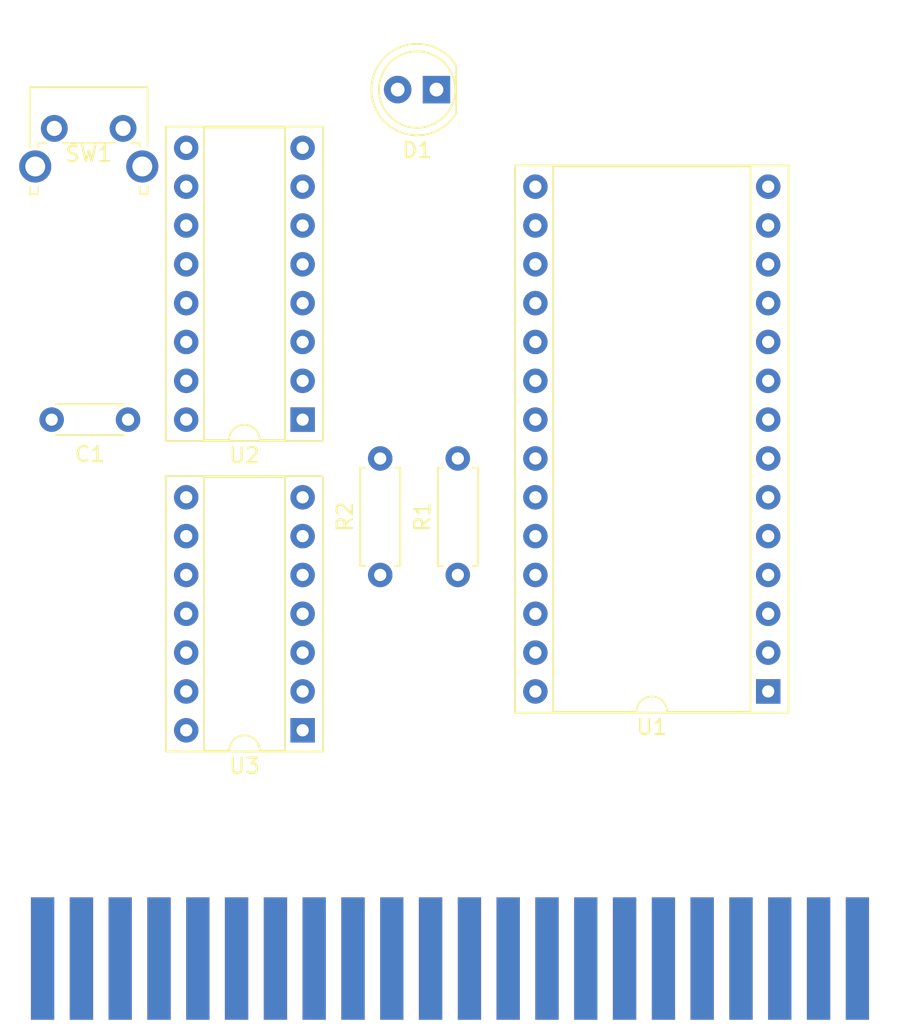
<source format=kicad_pcb>
(kicad_pcb (version 20171130) (host pcbnew "(5.1.0)-1")

  (general
    (thickness 1.6)
    (drawings 0)
    (tracks 0)
    (zones 0)
    (modules 9)
    (nets 38)
  )

  (page A4)
  (layers
    (0 F.Cu signal)
    (31 B.Cu signal)
    (32 B.Adhes user)
    (33 F.Adhes user)
    (34 B.Paste user)
    (35 F.Paste user)
    (36 B.SilkS user)
    (37 F.SilkS user)
    (38 B.Mask user)
    (39 F.Mask user)
    (40 Dwgs.User user)
    (41 Cmts.User user)
    (42 Eco1.User user)
    (43 Eco2.User user)
    (44 Edge.Cuts user)
    (45 Margin user)
    (46 B.CrtYd user)
    (47 F.CrtYd user)
    (48 B.Fab user)
    (49 F.Fab user)
  )

  (setup
    (last_trace_width 0.25)
    (trace_clearance 0.2)
    (zone_clearance 0.508)
    (zone_45_only no)
    (trace_min 0.2)
    (via_size 0.8)
    (via_drill 0.4)
    (via_min_size 0.4)
    (via_min_drill 0.3)
    (uvia_size 0.3)
    (uvia_drill 0.1)
    (uvias_allowed no)
    (uvia_min_size 0.2)
    (uvia_min_drill 0.1)
    (edge_width 0.05)
    (segment_width 0.2)
    (pcb_text_width 0.3)
    (pcb_text_size 1.5 1.5)
    (mod_edge_width 0.12)
    (mod_text_size 1 1)
    (mod_text_width 0.15)
    (pad_size 1.524 1.524)
    (pad_drill 0.762)
    (pad_to_mask_clearance 0.051)
    (solder_mask_min_width 0.25)
    (aux_axis_origin 0 0)
    (visible_elements 7FFFFFFF)
    (pcbplotparams
      (layerselection 0x010fc_ffffffff)
      (usegerberextensions false)
      (usegerberattributes false)
      (usegerberadvancedattributes false)
      (creategerberjobfile false)
      (excludeedgelayer true)
      (linewidth 0.050000)
      (plotframeref false)
      (viasonmask false)
      (mode 1)
      (useauxorigin false)
      (hpglpennumber 1)
      (hpglpenspeed 20)
      (hpglpendiameter 15.000000)
      (psnegative false)
      (psa4output false)
      (plotreference true)
      (plotvalue true)
      (plotinvisibletext false)
      (padsonsilk false)
      (subtractmaskfromsilk false)
      (outputformat 1)
      (mirror false)
      (drillshape 1)
      (scaleselection 1)
      (outputdirectory ""))
  )

  (net 0 "")
  (net 1 +5V)
  (net 2 GND)
  (net 3 "Net-(D1-Pad2)")
  (net 4 /ROML)
  (net 5 "Net-(U1-Pad1)")
  (net 6 /D3)
  (net 7 /A12)
  (net 8 /D4)
  (net 9 /A7)
  (net 10 /D5)
  (net 11 /A6)
  (net 12 /D6)
  (net 13 /A5)
  (net 14 /D7)
  (net 15 /A4)
  (net 16 /A3)
  (net 17 /A10)
  (net 18 /A2)
  (net 19 /A1)
  (net 20 /A11)
  (net 21 /A0)
  (net 22 /A9)
  (net 23 /D0)
  (net 24 /A8)
  (net 25 /D1)
  (net 26 "Net-(U1-Pad26)")
  (net 27 /D2)
  (net 28 "Net-(U1-Pad27)")
  (net 29 "Net-(U2-Pad6)")
  (net 30 "Net-(U2-Pad10)")
  (net 31 "Net-(U2-Pad3)")
  (net 32 "Net-(U2-Pad4)")
  (net 33 "Net-(U2-Pad5)")
  (net 34 "Net-(U2-Pad7)")
  (net 35 "Net-(U2-Pad15)")
  (net 36 /PHI2)
  (net 37 /RESET)

  (net_class Default "This is the default net class."
    (clearance 0.2)
    (trace_width 0.25)
    (via_dia 0.8)
    (via_drill 0.4)
    (uvia_dia 0.3)
    (uvia_drill 0.1)
    (add_net /A0)
    (add_net /A1)
    (add_net /A10)
    (add_net /A11)
    (add_net /A12)
    (add_net /A2)
    (add_net /A3)
    (add_net /A4)
    (add_net /A5)
    (add_net /A6)
    (add_net /A7)
    (add_net /A8)
    (add_net /A9)
    (add_net /D0)
    (add_net /D1)
    (add_net /D2)
    (add_net /D3)
    (add_net /D4)
    (add_net /D5)
    (add_net /D6)
    (add_net /D7)
    (add_net /PHI2)
    (add_net /RESET)
    (add_net /ROML)
    (add_net "Net-(D1-Pad2)")
    (add_net "Net-(U1-Pad1)")
    (add_net "Net-(U1-Pad26)")
    (add_net "Net-(U1-Pad27)")
    (add_net "Net-(U2-Pad10)")
    (add_net "Net-(U2-Pad15)")
    (add_net "Net-(U2-Pad3)")
    (add_net "Net-(U2-Pad4)")
    (add_net "Net-(U2-Pad5)")
    (add_net "Net-(U2-Pad6)")
    (add_net "Net-(U2-Pad7)")
  )

  (net_class Power ""
    (clearance 0.3)
    (trace_width 0.4)
    (via_dia 1)
    (via_drill 0.5)
    (uvia_dia 0.3)
    (uvia_drill 0.1)
    (add_net +5V)
    (add_net GND)
  )

  (module Capacitors_THT:C_Disc_D4.3mm_W1.9mm_P5.00mm (layer F.Cu) (tedit 597BC7C2) (tstamp 5CCF5BA3)
    (at 115.824 99.314 180)
    (descr "C, Disc series, Radial, pin pitch=5.00mm, , diameter*width=4.3*1.9mm^2, Capacitor, http://www.vishay.com/docs/45233/krseries.pdf")
    (tags "C Disc series Radial pin pitch 5.00mm  diameter 4.3mm width 1.9mm Capacitor")
    (path /5CD1C699)
    (fp_text reference C1 (at 2.5 -2.26 180) (layer F.SilkS)
      (effects (font (size 1 1) (thickness 0.15)))
    )
    (fp_text value 100n (at 2.5 2.26 180) (layer F.Fab)
      (effects (font (size 1 1) (thickness 0.15)))
    )
    (fp_line (start 0.35 -0.95) (end 0.35 0.95) (layer F.Fab) (width 0.1))
    (fp_line (start 0.35 0.95) (end 4.65 0.95) (layer F.Fab) (width 0.1))
    (fp_line (start 4.65 0.95) (end 4.65 -0.95) (layer F.Fab) (width 0.1))
    (fp_line (start 4.65 -0.95) (end 0.35 -0.95) (layer F.Fab) (width 0.1))
    (fp_line (start 0.29 -1.01) (end 4.71 -1.01) (layer F.SilkS) (width 0.12))
    (fp_line (start 0.29 1.01) (end 4.71 1.01) (layer F.SilkS) (width 0.12))
    (fp_line (start 0.29 -1.01) (end 0.29 -0.996) (layer F.SilkS) (width 0.12))
    (fp_line (start 0.29 0.996) (end 0.29 1.01) (layer F.SilkS) (width 0.12))
    (fp_line (start 4.71 -1.01) (end 4.71 -0.996) (layer F.SilkS) (width 0.12))
    (fp_line (start 4.71 0.996) (end 4.71 1.01) (layer F.SilkS) (width 0.12))
    (fp_line (start -1.05 -1.3) (end -1.05 1.3) (layer F.CrtYd) (width 0.05))
    (fp_line (start -1.05 1.3) (end 6.05 1.3) (layer F.CrtYd) (width 0.05))
    (fp_line (start 6.05 1.3) (end 6.05 -1.3) (layer F.CrtYd) (width 0.05))
    (fp_line (start 6.05 -1.3) (end -1.05 -1.3) (layer F.CrtYd) (width 0.05))
    (fp_text user %R (at 2.5 0 180) (layer F.Fab)
      (effects (font (size 1 1) (thickness 0.15)))
    )
    (pad 1 thru_hole circle (at 0 0 180) (size 1.6 1.6) (drill 0.8) (layers *.Cu *.Mask)
      (net 1 +5V))
    (pad 2 thru_hole circle (at 5 0 180) (size 1.6 1.6) (drill 0.8) (layers *.Cu *.Mask)
      (net 2 GND))
    (model ${KISYS3DMOD}/Capacitors_THT.3dshapes/C_Disc_D4.3mm_W1.9mm_P5.00mm.wrl
      (at (xyz 0 0 0))
      (scale (xyz 1 1 1))
      (rotate (xyz 0 0 0))
    )
  )

  (module LEDs:LED_D5.0mm (layer F.Cu) (tedit 5995936A) (tstamp 5CCF52A4)
    (at 136.017 77.724 180)
    (descr "LED, diameter 5.0mm, 2 pins, http://cdn-reichelt.de/documents/datenblatt/A500/LL-504BC2E-009.pdf")
    (tags "LED diameter 5.0mm 2 pins")
    (path /5CE72C00)
    (fp_text reference D1 (at 1.27 -3.96 180) (layer F.SilkS)
      (effects (font (size 1 1) (thickness 0.15)))
    )
    (fp_text value LED (at 1.27 3.96 180) (layer F.Fab)
      (effects (font (size 1 1) (thickness 0.15)))
    )
    (fp_arc (start 1.27 0) (end -1.23 -1.469694) (angle 299.1) (layer F.Fab) (width 0.1))
    (fp_arc (start 1.27 0) (end -1.29 -1.54483) (angle 148.9) (layer F.SilkS) (width 0.12))
    (fp_arc (start 1.27 0) (end -1.29 1.54483) (angle -148.9) (layer F.SilkS) (width 0.12))
    (fp_circle (center 1.27 0) (end 3.77 0) (layer F.Fab) (width 0.1))
    (fp_circle (center 1.27 0) (end 3.77 0) (layer F.SilkS) (width 0.12))
    (fp_line (start -1.23 -1.469694) (end -1.23 1.469694) (layer F.Fab) (width 0.1))
    (fp_line (start -1.29 -1.545) (end -1.29 1.545) (layer F.SilkS) (width 0.12))
    (fp_line (start -1.95 -3.25) (end -1.95 3.25) (layer F.CrtYd) (width 0.05))
    (fp_line (start -1.95 3.25) (end 4.5 3.25) (layer F.CrtYd) (width 0.05))
    (fp_line (start 4.5 3.25) (end 4.5 -3.25) (layer F.CrtYd) (width 0.05))
    (fp_line (start 4.5 -3.25) (end -1.95 -3.25) (layer F.CrtYd) (width 0.05))
    (fp_text user %R (at 1.25 0 180) (layer F.Fab)
      (effects (font (size 0.8 0.8) (thickness 0.2)))
    )
    (pad 1 thru_hole rect (at 0 0 180) (size 1.8 1.8) (drill 0.9) (layers *.Cu *.Mask)
      (net 2 GND))
    (pad 2 thru_hole circle (at 2.54 0 180) (size 1.8 1.8) (drill 0.9) (layers *.Cu *.Mask)
      (net 3 "Net-(D1-Pad2)"))
    (model ${KISYS3DMOD}/LEDs.3dshapes/LED_D5.0mm.wrl
      (at (xyz 0 0 0))
      (scale (xyz 0.393701 0.393701 0.393701))
      (rotate (xyz 0 0 0))
    )
  )

  (module Resistors_THT:R_Axial_DIN0207_L6.3mm_D2.5mm_P7.62mm_Horizontal (layer F.Cu) (tedit 5874F706) (tstamp 5CCF52BA)
    (at 137.414 109.474 90)
    (descr "Resistor, Axial_DIN0207 series, Axial, Horizontal, pin pitch=7.62mm, 0.25W = 1/4W, length*diameter=6.3*2.5mm^2, http://cdn-reichelt.de/documents/datenblatt/B400/1_4W%23YAG.pdf")
    (tags "Resistor Axial_DIN0207 series Axial Horizontal pin pitch 7.62mm 0.25W = 1/4W length 6.3mm diameter 2.5mm")
    (path /5CE641BB)
    (fp_text reference R1 (at 3.81 -2.31 90) (layer F.SilkS)
      (effects (font (size 1 1) (thickness 0.15)))
    )
    (fp_text value 10k (at 3.81 2.31 90) (layer F.Fab)
      (effects (font (size 1 1) (thickness 0.15)))
    )
    (fp_line (start 0.66 -1.25) (end 0.66 1.25) (layer F.Fab) (width 0.1))
    (fp_line (start 0.66 1.25) (end 6.96 1.25) (layer F.Fab) (width 0.1))
    (fp_line (start 6.96 1.25) (end 6.96 -1.25) (layer F.Fab) (width 0.1))
    (fp_line (start 6.96 -1.25) (end 0.66 -1.25) (layer F.Fab) (width 0.1))
    (fp_line (start 0 0) (end 0.66 0) (layer F.Fab) (width 0.1))
    (fp_line (start 7.62 0) (end 6.96 0) (layer F.Fab) (width 0.1))
    (fp_line (start 0.6 -0.98) (end 0.6 -1.31) (layer F.SilkS) (width 0.12))
    (fp_line (start 0.6 -1.31) (end 7.02 -1.31) (layer F.SilkS) (width 0.12))
    (fp_line (start 7.02 -1.31) (end 7.02 -0.98) (layer F.SilkS) (width 0.12))
    (fp_line (start 0.6 0.98) (end 0.6 1.31) (layer F.SilkS) (width 0.12))
    (fp_line (start 0.6 1.31) (end 7.02 1.31) (layer F.SilkS) (width 0.12))
    (fp_line (start 7.02 1.31) (end 7.02 0.98) (layer F.SilkS) (width 0.12))
    (fp_line (start -1.05 -1.6) (end -1.05 1.6) (layer F.CrtYd) (width 0.05))
    (fp_line (start -1.05 1.6) (end 8.7 1.6) (layer F.CrtYd) (width 0.05))
    (fp_line (start 8.7 1.6) (end 8.7 -1.6) (layer F.CrtYd) (width 0.05))
    (fp_line (start 8.7 -1.6) (end -1.05 -1.6) (layer F.CrtYd) (width 0.05))
    (pad 1 thru_hole circle (at 0 0 90) (size 1.6 1.6) (drill 0.8) (layers *.Cu *.Mask)
      (net 1 +5V))
    (pad 2 thru_hole oval (at 7.62 0 90) (size 1.6 1.6) (drill 0.8) (layers *.Cu *.Mask)
      (net 4 /ROML))
    (model ${KISYS3DMOD}/Resistors_THT.3dshapes/R_Axial_DIN0207_L6.3mm_D2.5mm_P7.62mm_Horizontal.wrl
      (at (xyz 0 0 0))
      (scale (xyz 0.393701 0.393701 0.393701))
      (rotate (xyz 0 0 0))
    )
  )

  (module Resistors_THT:R_Axial_DIN0207_L6.3mm_D2.5mm_P7.62mm_Horizontal (layer F.Cu) (tedit 5874F706) (tstamp 5CCF52D0)
    (at 132.334 109.474 90)
    (descr "Resistor, Axial_DIN0207 series, Axial, Horizontal, pin pitch=7.62mm, 0.25W = 1/4W, length*diameter=6.3*2.5mm^2, http://cdn-reichelt.de/documents/datenblatt/B400/1_4W%23YAG.pdf")
    (tags "Resistor Axial_DIN0207 series Axial Horizontal pin pitch 7.62mm 0.25W = 1/4W length 6.3mm diameter 2.5mm")
    (path /5CE6B617)
    (fp_text reference R2 (at 3.81 -2.31 90) (layer F.SilkS)
      (effects (font (size 1 1) (thickness 0.15)))
    )
    (fp_text value 330 (at 3.81 2.31 90) (layer F.Fab)
      (effects (font (size 1 1) (thickness 0.15)))
    )
    (fp_line (start 8.7 -1.6) (end -1.05 -1.6) (layer F.CrtYd) (width 0.05))
    (fp_line (start 8.7 1.6) (end 8.7 -1.6) (layer F.CrtYd) (width 0.05))
    (fp_line (start -1.05 1.6) (end 8.7 1.6) (layer F.CrtYd) (width 0.05))
    (fp_line (start -1.05 -1.6) (end -1.05 1.6) (layer F.CrtYd) (width 0.05))
    (fp_line (start 7.02 1.31) (end 7.02 0.98) (layer F.SilkS) (width 0.12))
    (fp_line (start 0.6 1.31) (end 7.02 1.31) (layer F.SilkS) (width 0.12))
    (fp_line (start 0.6 0.98) (end 0.6 1.31) (layer F.SilkS) (width 0.12))
    (fp_line (start 7.02 -1.31) (end 7.02 -0.98) (layer F.SilkS) (width 0.12))
    (fp_line (start 0.6 -1.31) (end 7.02 -1.31) (layer F.SilkS) (width 0.12))
    (fp_line (start 0.6 -0.98) (end 0.6 -1.31) (layer F.SilkS) (width 0.12))
    (fp_line (start 7.62 0) (end 6.96 0) (layer F.Fab) (width 0.1))
    (fp_line (start 0 0) (end 0.66 0) (layer F.Fab) (width 0.1))
    (fp_line (start 6.96 -1.25) (end 0.66 -1.25) (layer F.Fab) (width 0.1))
    (fp_line (start 6.96 1.25) (end 6.96 -1.25) (layer F.Fab) (width 0.1))
    (fp_line (start 0.66 1.25) (end 6.96 1.25) (layer F.Fab) (width 0.1))
    (fp_line (start 0.66 -1.25) (end 0.66 1.25) (layer F.Fab) (width 0.1))
    (pad 2 thru_hole oval (at 7.62 0 90) (size 1.6 1.6) (drill 0.8) (layers *.Cu *.Mask)
      (net 3 "Net-(D1-Pad2)"))
    (pad 1 thru_hole circle (at 0 0 90) (size 1.6 1.6) (drill 0.8) (layers *.Cu *.Mask)
      (net 1 +5V))
    (model ${KISYS3DMOD}/Resistors_THT.3dshapes/R_Axial_DIN0207_L6.3mm_D2.5mm_P7.62mm_Horizontal.wrl
      (at (xyz 0 0 0))
      (scale (xyz 0.393701 0.393701 0.393701))
      (rotate (xyz 0 0 0))
    )
  )

  (module Housings_DIP:DIP-28_W15.24mm_Socket (layer F.Cu) (tedit 59C78D6C) (tstamp 5CCF57A7)
    (at 157.734 117.094 180)
    (descr "28-lead though-hole mounted DIP package, row spacing 15.24 mm (600 mils), Socket")
    (tags "THT DIP DIL PDIP 2.54mm 15.24mm 600mil Socket")
    (path /5CD18047)
    (fp_text reference U1 (at 7.62 -2.33 180) (layer F.SilkS)
      (effects (font (size 1 1) (thickness 0.15)))
    )
    (fp_text value 27C512 (at 7.62 35.35 180) (layer F.Fab)
      (effects (font (size 1 1) (thickness 0.15)))
    )
    (fp_arc (start 7.62 -1.33) (end 6.62 -1.33) (angle -180) (layer F.SilkS) (width 0.12))
    (fp_line (start 1.255 -1.27) (end 14.985 -1.27) (layer F.Fab) (width 0.1))
    (fp_line (start 14.985 -1.27) (end 14.985 34.29) (layer F.Fab) (width 0.1))
    (fp_line (start 14.985 34.29) (end 0.255 34.29) (layer F.Fab) (width 0.1))
    (fp_line (start 0.255 34.29) (end 0.255 -0.27) (layer F.Fab) (width 0.1))
    (fp_line (start 0.255 -0.27) (end 1.255 -1.27) (layer F.Fab) (width 0.1))
    (fp_line (start -1.27 -1.33) (end -1.27 34.35) (layer F.Fab) (width 0.1))
    (fp_line (start -1.27 34.35) (end 16.51 34.35) (layer F.Fab) (width 0.1))
    (fp_line (start 16.51 34.35) (end 16.51 -1.33) (layer F.Fab) (width 0.1))
    (fp_line (start 16.51 -1.33) (end -1.27 -1.33) (layer F.Fab) (width 0.1))
    (fp_line (start 6.62 -1.33) (end 1.16 -1.33) (layer F.SilkS) (width 0.12))
    (fp_line (start 1.16 -1.33) (end 1.16 34.35) (layer F.SilkS) (width 0.12))
    (fp_line (start 1.16 34.35) (end 14.08 34.35) (layer F.SilkS) (width 0.12))
    (fp_line (start 14.08 34.35) (end 14.08 -1.33) (layer F.SilkS) (width 0.12))
    (fp_line (start 14.08 -1.33) (end 8.62 -1.33) (layer F.SilkS) (width 0.12))
    (fp_line (start -1.33 -1.39) (end -1.33 34.41) (layer F.SilkS) (width 0.12))
    (fp_line (start -1.33 34.41) (end 16.57 34.41) (layer F.SilkS) (width 0.12))
    (fp_line (start 16.57 34.41) (end 16.57 -1.39) (layer F.SilkS) (width 0.12))
    (fp_line (start 16.57 -1.39) (end -1.33 -1.39) (layer F.SilkS) (width 0.12))
    (fp_line (start -1.55 -1.6) (end -1.55 34.65) (layer F.CrtYd) (width 0.05))
    (fp_line (start -1.55 34.65) (end 16.8 34.65) (layer F.CrtYd) (width 0.05))
    (fp_line (start 16.8 34.65) (end 16.8 -1.6) (layer F.CrtYd) (width 0.05))
    (fp_line (start 16.8 -1.6) (end -1.55 -1.6) (layer F.CrtYd) (width 0.05))
    (fp_text user %R (at 7.62 16.51 180) (layer F.Fab)
      (effects (font (size 1 1) (thickness 0.15)))
    )
    (pad 1 thru_hole rect (at 0 0 180) (size 1.6 1.6) (drill 0.8) (layers *.Cu *.Mask)
      (net 5 "Net-(U1-Pad1)"))
    (pad 15 thru_hole oval (at 15.24 33.02 180) (size 1.6 1.6) (drill 0.8) (layers *.Cu *.Mask)
      (net 6 /D3))
    (pad 2 thru_hole oval (at 0 2.54 180) (size 1.6 1.6) (drill 0.8) (layers *.Cu *.Mask)
      (net 7 /A12))
    (pad 16 thru_hole oval (at 15.24 30.48 180) (size 1.6 1.6) (drill 0.8) (layers *.Cu *.Mask)
      (net 8 /D4))
    (pad 3 thru_hole oval (at 0 5.08 180) (size 1.6 1.6) (drill 0.8) (layers *.Cu *.Mask)
      (net 9 /A7))
    (pad 17 thru_hole oval (at 15.24 27.94 180) (size 1.6 1.6) (drill 0.8) (layers *.Cu *.Mask)
      (net 10 /D5))
    (pad 4 thru_hole oval (at 0 7.62 180) (size 1.6 1.6) (drill 0.8) (layers *.Cu *.Mask)
      (net 11 /A6))
    (pad 18 thru_hole oval (at 15.24 25.4 180) (size 1.6 1.6) (drill 0.8) (layers *.Cu *.Mask)
      (net 12 /D6))
    (pad 5 thru_hole oval (at 0 10.16 180) (size 1.6 1.6) (drill 0.8) (layers *.Cu *.Mask)
      (net 13 /A5))
    (pad 19 thru_hole oval (at 15.24 22.86 180) (size 1.6 1.6) (drill 0.8) (layers *.Cu *.Mask)
      (net 14 /D7))
    (pad 6 thru_hole oval (at 0 12.7 180) (size 1.6 1.6) (drill 0.8) (layers *.Cu *.Mask)
      (net 15 /A4))
    (pad 20 thru_hole oval (at 15.24 20.32 180) (size 1.6 1.6) (drill 0.8) (layers *.Cu *.Mask)
      (net 4 /ROML))
    (pad 7 thru_hole oval (at 0 15.24 180) (size 1.6 1.6) (drill 0.8) (layers *.Cu *.Mask)
      (net 16 /A3))
    (pad 21 thru_hole oval (at 15.24 17.78 180) (size 1.6 1.6) (drill 0.8) (layers *.Cu *.Mask)
      (net 17 /A10))
    (pad 8 thru_hole oval (at 0 17.78 180) (size 1.6 1.6) (drill 0.8) (layers *.Cu *.Mask)
      (net 18 /A2))
    (pad 22 thru_hole oval (at 15.24 15.24 180) (size 1.6 1.6) (drill 0.8) (layers *.Cu *.Mask)
      (net 4 /ROML))
    (pad 9 thru_hole oval (at 0 20.32 180) (size 1.6 1.6) (drill 0.8) (layers *.Cu *.Mask)
      (net 19 /A1))
    (pad 23 thru_hole oval (at 15.24 12.7 180) (size 1.6 1.6) (drill 0.8) (layers *.Cu *.Mask)
      (net 20 /A11))
    (pad 10 thru_hole oval (at 0 22.86 180) (size 1.6 1.6) (drill 0.8) (layers *.Cu *.Mask)
      (net 21 /A0))
    (pad 24 thru_hole oval (at 15.24 10.16 180) (size 1.6 1.6) (drill 0.8) (layers *.Cu *.Mask)
      (net 22 /A9))
    (pad 11 thru_hole oval (at 0 25.4 180) (size 1.6 1.6) (drill 0.8) (layers *.Cu *.Mask)
      (net 23 /D0))
    (pad 25 thru_hole oval (at 15.24 7.62 180) (size 1.6 1.6) (drill 0.8) (layers *.Cu *.Mask)
      (net 24 /A8))
    (pad 12 thru_hole oval (at 0 27.94 180) (size 1.6 1.6) (drill 0.8) (layers *.Cu *.Mask)
      (net 25 /D1))
    (pad 26 thru_hole oval (at 15.24 5.08 180) (size 1.6 1.6) (drill 0.8) (layers *.Cu *.Mask)
      (net 26 "Net-(U1-Pad26)"))
    (pad 13 thru_hole oval (at 0 30.48 180) (size 1.6 1.6) (drill 0.8) (layers *.Cu *.Mask)
      (net 27 /D2))
    (pad 27 thru_hole oval (at 15.24 2.54 180) (size 1.6 1.6) (drill 0.8) (layers *.Cu *.Mask)
      (net 28 "Net-(U1-Pad27)"))
    (pad 14 thru_hole oval (at 0 33.02 180) (size 1.6 1.6) (drill 0.8) (layers *.Cu *.Mask)
      (net 2 GND))
    (pad 28 thru_hole oval (at 15.24 0 180) (size 1.6 1.6) (drill 0.8) (layers *.Cu *.Mask)
      (net 1 +5V))
    (model ${KISYS3DMOD}/Housings_DIP.3dshapes/DIP-28_W15.24mm_Socket.wrl
      (at (xyz 0 0 0))
      (scale (xyz 1 1 1))
      (rotate (xyz 0 0 0))
    )
  )

  (module Housings_DIP:DIP-16_W7.62mm_Socket (layer F.Cu) (tedit 59C78D6B) (tstamp 5CCF5334)
    (at 127.254 99.314 180)
    (descr "16-lead though-hole mounted DIP package, row spacing 7.62 mm (300 mils), Socket")
    (tags "THT DIP DIL PDIP 2.54mm 7.62mm 300mil Socket")
    (path /5CD19040)
    (fp_text reference U2 (at 3.81 -2.33 180) (layer F.SilkS)
      (effects (font (size 1 1) (thickness 0.15)))
    )
    (fp_text value 74LS173 (at 3.81 20.11 180) (layer F.Fab)
      (effects (font (size 1 1) (thickness 0.15)))
    )
    (fp_arc (start 3.81 -1.33) (end 2.81 -1.33) (angle -180) (layer F.SilkS) (width 0.12))
    (fp_line (start 1.635 -1.27) (end 6.985 -1.27) (layer F.Fab) (width 0.1))
    (fp_line (start 6.985 -1.27) (end 6.985 19.05) (layer F.Fab) (width 0.1))
    (fp_line (start 6.985 19.05) (end 0.635 19.05) (layer F.Fab) (width 0.1))
    (fp_line (start 0.635 19.05) (end 0.635 -0.27) (layer F.Fab) (width 0.1))
    (fp_line (start 0.635 -0.27) (end 1.635 -1.27) (layer F.Fab) (width 0.1))
    (fp_line (start -1.27 -1.33) (end -1.27 19.11) (layer F.Fab) (width 0.1))
    (fp_line (start -1.27 19.11) (end 8.89 19.11) (layer F.Fab) (width 0.1))
    (fp_line (start 8.89 19.11) (end 8.89 -1.33) (layer F.Fab) (width 0.1))
    (fp_line (start 8.89 -1.33) (end -1.27 -1.33) (layer F.Fab) (width 0.1))
    (fp_line (start 2.81 -1.33) (end 1.16 -1.33) (layer F.SilkS) (width 0.12))
    (fp_line (start 1.16 -1.33) (end 1.16 19.11) (layer F.SilkS) (width 0.12))
    (fp_line (start 1.16 19.11) (end 6.46 19.11) (layer F.SilkS) (width 0.12))
    (fp_line (start 6.46 19.11) (end 6.46 -1.33) (layer F.SilkS) (width 0.12))
    (fp_line (start 6.46 -1.33) (end 4.81 -1.33) (layer F.SilkS) (width 0.12))
    (fp_line (start -1.33 -1.39) (end -1.33 19.17) (layer F.SilkS) (width 0.12))
    (fp_line (start -1.33 19.17) (end 8.95 19.17) (layer F.SilkS) (width 0.12))
    (fp_line (start 8.95 19.17) (end 8.95 -1.39) (layer F.SilkS) (width 0.12))
    (fp_line (start 8.95 -1.39) (end -1.33 -1.39) (layer F.SilkS) (width 0.12))
    (fp_line (start -1.55 -1.6) (end -1.55 19.4) (layer F.CrtYd) (width 0.05))
    (fp_line (start -1.55 19.4) (end 9.15 19.4) (layer F.CrtYd) (width 0.05))
    (fp_line (start 9.15 19.4) (end 9.15 -1.6) (layer F.CrtYd) (width 0.05))
    (fp_line (start 9.15 -1.6) (end -1.55 -1.6) (layer F.CrtYd) (width 0.05))
    (fp_text user %R (at 3.81 8.89 180) (layer F.Fab)
      (effects (font (size 1 1) (thickness 0.15)))
    )
    (pad 1 thru_hole rect (at 0 0 180) (size 1.6 1.6) (drill 0.8) (layers *.Cu *.Mask)
      (net 2 GND))
    (pad 9 thru_hole oval (at 7.62 17.78 180) (size 1.6 1.6) (drill 0.8) (layers *.Cu *.Mask)
      (net 29 "Net-(U2-Pad6)"))
    (pad 2 thru_hole oval (at 0 2.54 180) (size 1.6 1.6) (drill 0.8) (layers *.Cu *.Mask)
      (net 2 GND))
    (pad 10 thru_hole oval (at 7.62 15.24 180) (size 1.6 1.6) (drill 0.8) (layers *.Cu *.Mask)
      (net 30 "Net-(U2-Pad10)"))
    (pad 3 thru_hole oval (at 0 5.08 180) (size 1.6 1.6) (drill 0.8) (layers *.Cu *.Mask)
      (net 31 "Net-(U2-Pad3)"))
    (pad 11 thru_hole oval (at 7.62 12.7 180) (size 1.6 1.6) (drill 0.8) (layers *.Cu *.Mask)
      (net 6 /D3))
    (pad 4 thru_hole oval (at 0 7.62 180) (size 1.6 1.6) (drill 0.8) (layers *.Cu *.Mask)
      (net 32 "Net-(U2-Pad4)"))
    (pad 12 thru_hole oval (at 7.62 10.16 180) (size 1.6 1.6) (drill 0.8) (layers *.Cu *.Mask)
      (net 27 /D2))
    (pad 5 thru_hole oval (at 0 10.16 180) (size 1.6 1.6) (drill 0.8) (layers *.Cu *.Mask)
      (net 33 "Net-(U2-Pad5)"))
    (pad 13 thru_hole oval (at 7.62 7.62 180) (size 1.6 1.6) (drill 0.8) (layers *.Cu *.Mask)
      (net 25 /D1))
    (pad 6 thru_hole oval (at 0 12.7 180) (size 1.6 1.6) (drill 0.8) (layers *.Cu *.Mask)
      (net 29 "Net-(U2-Pad6)"))
    (pad 14 thru_hole oval (at 7.62 5.08 180) (size 1.6 1.6) (drill 0.8) (layers *.Cu *.Mask)
      (net 23 /D0))
    (pad 7 thru_hole oval (at 0 15.24 180) (size 1.6 1.6) (drill 0.8) (layers *.Cu *.Mask)
      (net 34 "Net-(U2-Pad7)"))
    (pad 15 thru_hole oval (at 7.62 2.54 180) (size 1.6 1.6) (drill 0.8) (layers *.Cu *.Mask)
      (net 35 "Net-(U2-Pad15)"))
    (pad 8 thru_hole oval (at 0 17.78 180) (size 1.6 1.6) (drill 0.8) (layers *.Cu *.Mask)
      (net 2 GND))
    (pad 16 thru_hole oval (at 7.62 0 180) (size 1.6 1.6) (drill 0.8) (layers *.Cu *.Mask)
      (net 1 +5V))
    (model ${KISYS3DMOD}/Housings_DIP.3dshapes/DIP-16_W7.62mm_Socket.wrl
      (at (xyz 0 0 0))
      (scale (xyz 1 1 1))
      (rotate (xyz 0 0 0))
    )
  )

  (module Housings_DIP:DIP-14_W7.62mm_Socket (layer F.Cu) (tedit 59C78D6B) (tstamp 5CCF5A1A)
    (at 127.254 119.634 180)
    (descr "14-lead though-hole mounted DIP package, row spacing 7.62 mm (300 mils), Socket")
    (tags "THT DIP DIL PDIP 2.54mm 7.62mm 300mil Socket")
    (path /5CD18539)
    (fp_text reference U3 (at 3.81 -2.33 180) (layer F.SilkS)
      (effects (font (size 1 1) (thickness 0.15)))
    )
    (fp_text value 74LS04 (at 3.81 17.57 180) (layer F.Fab)
      (effects (font (size 1 1) (thickness 0.15)))
    )
    (fp_arc (start 3.81 -1.33) (end 2.81 -1.33) (angle -180) (layer F.SilkS) (width 0.12))
    (fp_line (start 1.635 -1.27) (end 6.985 -1.27) (layer F.Fab) (width 0.1))
    (fp_line (start 6.985 -1.27) (end 6.985 16.51) (layer F.Fab) (width 0.1))
    (fp_line (start 6.985 16.51) (end 0.635 16.51) (layer F.Fab) (width 0.1))
    (fp_line (start 0.635 16.51) (end 0.635 -0.27) (layer F.Fab) (width 0.1))
    (fp_line (start 0.635 -0.27) (end 1.635 -1.27) (layer F.Fab) (width 0.1))
    (fp_line (start -1.27 -1.33) (end -1.27 16.57) (layer F.Fab) (width 0.1))
    (fp_line (start -1.27 16.57) (end 8.89 16.57) (layer F.Fab) (width 0.1))
    (fp_line (start 8.89 16.57) (end 8.89 -1.33) (layer F.Fab) (width 0.1))
    (fp_line (start 8.89 -1.33) (end -1.27 -1.33) (layer F.Fab) (width 0.1))
    (fp_line (start 2.81 -1.33) (end 1.16 -1.33) (layer F.SilkS) (width 0.12))
    (fp_line (start 1.16 -1.33) (end 1.16 16.57) (layer F.SilkS) (width 0.12))
    (fp_line (start 1.16 16.57) (end 6.46 16.57) (layer F.SilkS) (width 0.12))
    (fp_line (start 6.46 16.57) (end 6.46 -1.33) (layer F.SilkS) (width 0.12))
    (fp_line (start 6.46 -1.33) (end 4.81 -1.33) (layer F.SilkS) (width 0.12))
    (fp_line (start -1.33 -1.39) (end -1.33 16.63) (layer F.SilkS) (width 0.12))
    (fp_line (start -1.33 16.63) (end 8.95 16.63) (layer F.SilkS) (width 0.12))
    (fp_line (start 8.95 16.63) (end 8.95 -1.39) (layer F.SilkS) (width 0.12))
    (fp_line (start 8.95 -1.39) (end -1.33 -1.39) (layer F.SilkS) (width 0.12))
    (fp_line (start -1.55 -1.6) (end -1.55 16.85) (layer F.CrtYd) (width 0.05))
    (fp_line (start -1.55 16.85) (end 9.15 16.85) (layer F.CrtYd) (width 0.05))
    (fp_line (start 9.15 16.85) (end 9.15 -1.6) (layer F.CrtYd) (width 0.05))
    (fp_line (start 9.15 -1.6) (end -1.55 -1.6) (layer F.CrtYd) (width 0.05))
    (fp_text user %R (at 3.81 7.62 180) (layer F.Fab)
      (effects (font (size 1 1) (thickness 0.15)))
    )
    (pad 1 thru_hole rect (at 0 0 180) (size 1.6 1.6) (drill 0.8) (layers *.Cu *.Mask)
      (net 32 "Net-(U2-Pad4)"))
    (pad 8 thru_hole oval (at 7.62 15.24 180) (size 1.6 1.6) (drill 0.8) (layers *.Cu *.Mask))
    (pad 2 thru_hole oval (at 0 2.54 180) (size 1.6 1.6) (drill 0.8) (layers *.Cu *.Mask)
      (net 28 "Net-(U1-Pad27)"))
    (pad 9 thru_hole oval (at 7.62 12.7 180) (size 1.6 1.6) (drill 0.8) (layers *.Cu *.Mask))
    (pad 3 thru_hole oval (at 0 5.08 180) (size 1.6 1.6) (drill 0.8) (layers *.Cu *.Mask)
      (net 31 "Net-(U2-Pad3)"))
    (pad 10 thru_hole oval (at 7.62 10.16 180) (size 1.6 1.6) (drill 0.8) (layers *.Cu *.Mask)
      (net 34 "Net-(U2-Pad7)"))
    (pad 4 thru_hole oval (at 0 7.62 180) (size 1.6 1.6) (drill 0.8) (layers *.Cu *.Mask)
      (net 26 "Net-(U1-Pad26)"))
    (pad 11 thru_hole oval (at 7.62 7.62 180) (size 1.6 1.6) (drill 0.8) (layers *.Cu *.Mask)
      (net 36 /PHI2))
    (pad 5 thru_hole oval (at 0 10.16 180) (size 1.6 1.6) (drill 0.8) (layers *.Cu *.Mask)
      (net 33 "Net-(U2-Pad5)"))
    (pad 12 thru_hole oval (at 7.62 5.08 180) (size 1.6 1.6) (drill 0.8) (layers *.Cu *.Mask)
      (net 35 "Net-(U2-Pad15)"))
    (pad 6 thru_hole oval (at 0 12.7 180) (size 1.6 1.6) (drill 0.8) (layers *.Cu *.Mask)
      (net 5 "Net-(U1-Pad1)"))
    (pad 13 thru_hole oval (at 7.62 2.54 180) (size 1.6 1.6) (drill 0.8) (layers *.Cu *.Mask)
      (net 37 /RESET))
    (pad 7 thru_hole oval (at 0 15.24 180) (size 1.6 1.6) (drill 0.8) (layers *.Cu *.Mask)
      (net 2 GND))
    (pad 14 thru_hole oval (at 7.62 0 180) (size 1.6 1.6) (drill 0.8) (layers *.Cu *.Mask)
      (net 1 +5V))
    (model ${KISYS3DMOD}/Housings_DIP.3dshapes/DIP-14_W7.62mm_Socket.wrl
      (at (xyz 0 0 0))
      (scale (xyz 1 1 1))
      (rotate (xyz 0 0 0))
    )
  )

  (module 64kCart:C64-Cart-NoSilkS (layer F.Cu) (tedit 597260AC) (tstamp 5CCF5395)
    (at 107.692 138.505001)
    (path /5CD17095)
    (fp_text reference U4 (at 3.81 -9.018274) (layer F.SilkS) hide
      (effects (font (size 1 1) (thickness 0.15)))
    )
    (fp_text value C64-Exp-Port (at 30.48 1.27) (layer F.Fab) hide
      (effects (font (size 1 1) (thickness 0.15)))
    )
    (fp_line (start 58.42 -35.56) (end 0 -35.56) (layer F.Fab) (width 0.15))
    (fp_text user "Card will be inside C64 up to this point" (at 29.21 -36.576) (layer F.Fab)
      (effects (font (size 1 1) (thickness 0.15)))
    )
    (fp_line (start 58.42 0) (end 58.42 -35.56) (layer F.Fab) (width 0.15))
    (fp_line (start 0 0) (end 58.42 0) (layer F.Fab) (width 0.15))
    (fp_line (start 0 -35.56) (end 0 0) (layer F.Fab) (width 0.15))
    (pad 1 smd rect (at 2.54 -3.938274 180) (size 1.524 8) (layers F.Cu F.Paste F.Mask)
      (net 2 GND))
    (pad 4 smd rect (at 10.16 -3.938274 180) (size 1.524 8) (layers F.Cu F.Paste F.Mask))
    (pad 5 smd rect (at 12.7 -3.938274 180) (size 1.524 8) (layers F.Cu F.Paste F.Mask))
    (pad 6 smd rect (at 15.24 -3.938274 180) (size 1.524 8) (layers F.Cu F.Paste F.Mask))
    (pad 7 smd rect (at 17.78 -3.938274 180) (size 1.524 8) (layers F.Cu F.Paste F.Mask)
      (net 30 "Net-(U2-Pad10)"))
    (pad 8 smd rect (at 20.32 -3.938274 180) (size 1.524 8) (layers F.Cu F.Paste F.Mask))
    (pad 9 smd rect (at 22.86 -3.938274 180) (size 1.524 8) (layers F.Cu F.Paste F.Mask)
      (net 29 "Net-(U2-Pad6)"))
    (pad 10 smd rect (at 25.4 -3.938274 180) (size 1.524 8) (layers F.Cu F.Paste F.Mask))
    (pad 11 smd rect (at 27.94 -3.938274 180) (size 1.524 8) (layers F.Cu F.Paste F.Mask)
      (net 4 /ROML))
    (pad 13 smd rect (at 33.02 -3.938274 180) (size 1.524 8) (layers F.Cu F.Paste F.Mask))
    (pad 14 smd rect (at 35.56 -3.938274 180) (size 1.524 8) (layers F.Cu F.Paste F.Mask)
      (net 14 /D7))
    (pad 12 smd rect (at 30.48 -3.938274 180) (size 1.524 8) (layers F.Cu F.Paste F.Mask))
    (pad 2 smd rect (at 5.08 -3.938274 180) (size 1.524 8) (layers F.Cu F.Paste F.Mask)
      (net 1 +5V))
    (pad 3 smd rect (at 7.62 -3.938274 180) (size 1.524 8) (layers F.Cu F.Paste F.Mask)
      (net 1 +5V))
    (pad 15 smd rect (at 38.1 -3.938274 180) (size 1.524 8) (layers F.Cu F.Paste F.Mask)
      (net 12 /D6))
    (pad 16 smd rect (at 40.64 -3.938274 180) (size 1.524 8) (layers F.Cu F.Paste F.Mask)
      (net 10 /D5))
    (pad 17 smd rect (at 43.18 -3.938274 180) (size 1.524 8) (layers F.Cu F.Paste F.Mask)
      (net 8 /D4))
    (pad 18 smd rect (at 45.72 -3.938274 180) (size 1.524 8) (layers F.Cu F.Paste F.Mask)
      (net 6 /D3))
    (pad 19 smd rect (at 48.26 -3.938274 180) (size 1.524 8) (layers F.Cu F.Paste F.Mask)
      (net 27 /D2))
    (pad 20 smd rect (at 50.8 -3.938274 180) (size 1.524 8) (layers F.Cu F.Paste F.Mask)
      (net 25 /D1))
    (pad 21 smd rect (at 53.34 -3.938274 180) (size 1.524 8) (layers F.Cu F.Paste F.Mask)
      (net 23 /D0))
    (pad 22 smd rect (at 55.88 -3.938274 180) (size 1.524 8) (layers F.Cu F.Paste F.Mask)
      (net 2 GND))
    (pad F smd rect (at 15.24 -3.938274) (size 1.524 8) (layers B.Cu B.Paste B.Mask))
    (pad H smd rect (at 17.78 -3.938274) (size 1.524 8) (layers B.Cu B.Paste B.Mask))
    (pad J smd rect (at 20.32 -3.938274) (size 1.524 8) (layers B.Cu B.Paste B.Mask))
    (pad K smd rect (at 22.86 -3.938274) (size 1.524 8) (layers B.Cu B.Paste B.Mask)
      (net 7 /A12))
    (pad L smd rect (at 25.4 -3.938274) (size 1.524 8) (layers B.Cu B.Paste B.Mask)
      (net 20 /A11))
    (pad M smd rect (at 27.94 -3.938274) (size 1.524 8) (layers B.Cu B.Paste B.Mask)
      (net 17 /A10))
    (pad B smd rect (at 5.08 -3.938274) (size 1.524 8) (layers B.Cu B.Paste B.Mask))
    (pad C smd rect (at 7.62 -3.938274) (size 1.524 8) (layers B.Cu B.Paste B.Mask)
      (net 37 /RESET))
    (pad D smd rect (at 10.16 -3.938274) (size 1.524 8) (layers B.Cu B.Paste B.Mask))
    (pad E smd rect (at 12.7 -3.938274) (size 1.524 8) (layers B.Cu B.Paste B.Mask)
      (net 36 /PHI2))
    (pad A smd rect (at 2.54 -3.938274) (size 1.524 8) (layers B.Cu B.Paste B.Mask)
      (net 2 GND))
    (pad U smd rect (at 43.18 -3.938274) (size 1.524 8) (layers B.Cu B.Paste B.Mask)
      (net 15 /A4))
    (pad V smd rect (at 45.72 -3.938274) (size 1.524 8) (layers B.Cu B.Paste B.Mask)
      (net 16 /A3))
    (pad W smd rect (at 48.26 -3.938274) (size 1.524 8) (layers B.Cu B.Paste B.Mask)
      (net 18 /A2))
    (pad X smd rect (at 50.8 -3.938274) (size 1.524 8) (layers B.Cu B.Paste B.Mask)
      (net 19 /A1))
    (pad Y smd rect (at 53.34 -3.938274) (size 1.524 8) (layers B.Cu B.Paste B.Mask)
      (net 21 /A0))
    (pad Z smd rect (at 55.88 -3.938274) (size 1.524 8) (layers B.Cu B.Paste B.Mask)
      (net 2 GND))
    (pad R smd rect (at 35.56 -3.938274) (size 1.524 8) (layers B.Cu B.Paste B.Mask)
      (net 9 /A7))
    (pad S smd rect (at 38.1 -3.938274) (size 1.524 8) (layers B.Cu B.Paste B.Mask)
      (net 11 /A6))
    (pad T smd rect (at 40.64 -3.938274) (size 1.524 8) (layers B.Cu B.Paste B.Mask)
      (net 13 /A5))
    (pad P smd rect (at 33.02 -3.938274) (size 1.524 8) (layers B.Cu B.Paste B.Mask)
      (net 24 /A8))
    (pad N smd rect (at 30.48 -3.938274) (size 1.524 8) (layers B.Cu B.Paste B.Mask)
      (net 22 /A9))
    (pad NoSo smd rect (at 29.21 -3.81 180) (size 58.42 8.3) (layers B.Mask))
    (pad NoSo smd rect (at 29.21 -3.81 180) (size 58.42 8.3) (layers F.Mask))
  )

  (module Buttons_Switches_THT:SW_Tactile_SPST_Angled_PTS645Vx83-2LFS (layer F.Cu) (tedit 592CAFEF) (tstamp 5CCF5E98)
    (at 110.998 80.264)
    (descr "tactile switch SPST right angle, PTS645VL83-2 LFS")
    (tags "tactile switch SPST angled PTS645VL83-2 LFS C&K Button")
    (path /5CE92746)
    (fp_text reference SW1 (at 2.25 1.68) (layer F.SilkS)
      (effects (font (size 1 1) (thickness 0.15)))
    )
    (fp_text value SW_Push (at 2.25 5.38988) (layer F.Fab)
      (effects (font (size 1 1) (thickness 0.15)))
    )
    (fp_line (start 0.5 -8.35) (end 0.5 -2.59) (layer F.Fab) (width 0.1))
    (fp_line (start 4 -8.35) (end 4 -2.59) (layer F.Fab) (width 0.1))
    (fp_line (start 0.5 -8.35) (end 4 -8.35) (layer F.Fab) (width 0.1))
    (fp_text user %R (at 2.25 1.68) (layer F.Fab)
      (effects (font (size 1 1) (thickness 0.15)))
    )
    (fp_line (start -1.09 0.97) (end -1.09 1.2) (layer F.SilkS) (width 0.12))
    (fp_line (start 5.7 4.2) (end 5.7 0.86) (layer F.Fab) (width 0.1))
    (fp_line (start -1.5 4.2) (end -1.2 4.2) (layer F.Fab) (width 0.1))
    (fp_line (start -1.2 0.86) (end 5.7 0.86) (layer F.Fab) (width 0.1))
    (fp_line (start 6 4.2) (end 6 -2.59) (layer F.Fab) (width 0.1))
    (fp_line (start -2.5 -2.8) (end 7.05 -2.8) (layer F.CrtYd) (width 0.05))
    (fp_line (start 7.05 -2.8) (end 7.05 4.45) (layer F.CrtYd) (width 0.05))
    (fp_line (start 7.05 4.45) (end -2.5 4.45) (layer F.CrtYd) (width 0.05))
    (fp_line (start -2.5 4.45) (end -2.5 -2.8) (layer F.CrtYd) (width 0.05))
    (fp_line (start -1.61 -2.7) (end 6.11 -2.7) (layer F.SilkS) (width 0.12))
    (fp_line (start 6.11 -2.7) (end 6.11 1.2) (layer F.SilkS) (width 0.12))
    (fp_line (start -1.61 4.31) (end -1.09 4.31) (layer F.SilkS) (width 0.12))
    (fp_line (start -1.61 -2.7) (end -1.61 1.2) (layer F.SilkS) (width 0.12))
    (fp_line (start -1.5 -2.59) (end 6 -2.59) (layer F.Fab) (width 0.1))
    (fp_line (start -1.5 4.2) (end -1.5 -2.59) (layer F.Fab) (width 0.1))
    (fp_line (start 5.7 4.2) (end 6 4.2) (layer F.Fab) (width 0.1))
    (fp_line (start -1.2 4.2) (end -1.2 0.86) (layer F.Fab) (width 0.1))
    (fp_line (start 5.59 0.97) (end 5.59 1.2) (layer F.SilkS) (width 0.12))
    (fp_line (start -1.09 3.8) (end -1.09 4.31) (layer F.SilkS) (width 0.12))
    (fp_line (start -1.61 3.8) (end -1.61 4.31) (layer F.SilkS) (width 0.12))
    (fp_line (start 5.05 0.97) (end 5.59 0.97) (layer F.SilkS) (width 0.12))
    (fp_line (start 5.59 3.8) (end 5.59 4.31) (layer F.SilkS) (width 0.12))
    (fp_line (start 5.59 4.31) (end 6.11 4.31) (layer F.SilkS) (width 0.12))
    (fp_line (start 6.11 3.8) (end 6.11 4.31) (layer F.SilkS) (width 0.12))
    (fp_line (start -1.09 0.97) (end -0.55 0.97) (layer F.SilkS) (width 0.12))
    (fp_line (start 0.55 0.97) (end 3.95 0.97) (layer F.SilkS) (width 0.12))
    (pad "" thru_hole circle (at 5.76 2.49) (size 2.1 2.1) (drill 1.3) (layers *.Cu *.Mask))
    (pad 2 thru_hole circle (at 4.5 0) (size 1.75 1.75) (drill 0.99) (layers *.Cu *.Mask)
      (net 2 GND))
    (pad 1 thru_hole circle (at 0 0) (size 1.75 1.75) (drill 0.99) (layers *.Cu *.Mask)
      (net 37 /RESET))
    (pad "" thru_hole circle (at -1.25 2.49) (size 2.1 2.1) (drill 1.3) (layers *.Cu *.Mask))
    (model ${KISYS3DMOD}/Buttons_Switches_THT.3dshapes/SW_Tactile_SPST_Angled_PTS645Vx83-2LFS.wrl
      (at (xyz 0 0 0))
      (scale (xyz 1 1 1))
      (rotate (xyz 0 0 0))
    )
  )

)

</source>
